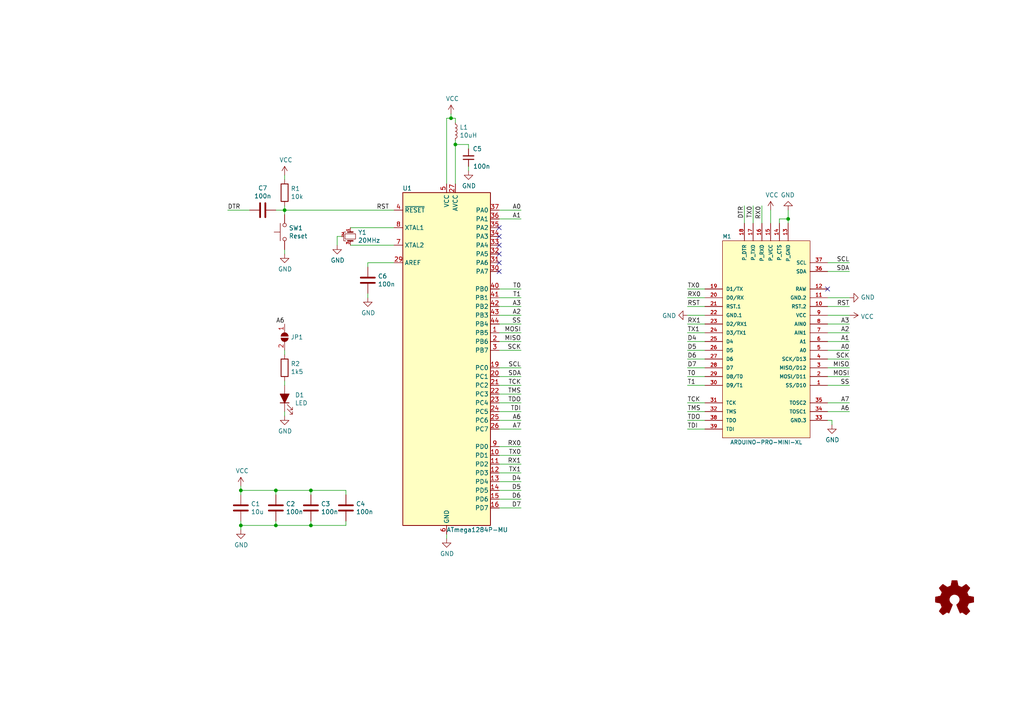
<source format=kicad_sch>
(kicad_sch (version 20250114) (generator "eeschema") (generator_version "9.0")
  (paper "A4")
  (title_block (title "Arduino Pro Mini XL") (date "2023-08-20") (rev "1.1") (company "© 2020-2023 MPro") (comment 1 "Designed by MPro") (comment 4 "Licensed under CERN-OHL-P v2 or any later version"))
  (lib_symbols
    (symbol "archive:Device_C" (pin_numbers (hide yes)) (pin_names (offset 0.254))
      (property "Reference" "C" (at 0.635 2.54 0))
      (property "Value" "Device_C" (at 0.635 -2.54 0))
      (symbol "Device_C_0_1"
        (polyline (pts (xy -2.032 0.762) (xy 2.032 0.762)) (stroke (width 0.508)))
        (polyline (pts (xy -2.032 -0.762) (xy 2.032 -0.762)) (stroke (width 0.508)))
      )
      (symbol "Device_C_1_1"
        (pin passive line (at 0 3.81 270) (length 2.794) (name "~") (number "1"))
        (pin passive line (at 0 -3.81 90) (length 2.794) (name "~") (number "2"))
      )
    )
    (symbol "archive:Device_C_Small" (pin_numbers (hide yes)) (pin_names (offset 0.254) (hide yes))
      (property "Reference" "C" (at 0.254 1.778 0))
      (property "Value" "Device_C_Small" (at 0.254 -2.032 0))
      (symbol "Device_C_Small_0_1"
        (polyline (pts (xy -1.524 0.508) (xy 1.524 0.508)) (stroke (width 0.3048)))
        (polyline (pts (xy -1.524 -0.508) (xy 1.524 -0.508)) (stroke (width 0.3302)))
      )
      (symbol "Device_C_Small_1_1"
        (pin passive line (at 0 2.54 270) (length 2.032) (name "~") (number "1"))
        (pin passive line (at 0 -2.54 90) (length 2.032) (name "~") (number "2"))
      )
    )
    (symbol "archive:Device_Crystal_GND2_Small" (pin_names (offset 1.016) (hide yes))
      (property "Reference" "Y" (at 0 5.08 0))
      (property "Value" "Device_Crystal_GND2_Small" (at 0 3.175 0))
      (symbol "Device_Crystal_GND2_Small_0_1"
        (polyline (pts (xy -1.27 -0.762) (xy -1.27 0.762)) (stroke (width 0.381)))
        (polyline (pts (xy -1.27 -1.27) (xy -1.27 -1.905) (xy 1.27 -1.905) (xy 1.27 -1.27)))
        (rectangle (start -0.762 -1.524) (end 0.762 1.524))
        (polyline (pts (xy 1.27 -0.762) (xy 1.27 0.762)) (stroke (width 0.381)))
      )
      (symbol "Device_Crystal_GND2_Small_1_1"
        (pin passive line (at -2.54 0 0) (length 1.27) (name "1") (number "1"))
        (pin passive line (at 0 -2.54 90) (length 0.635) (name "2") (number "2"))
        (pin passive line (at 2.54 0 180) (length 1.27) (name "3") (number "3"))
      )
    )
    (symbol "archive:Device_LED_ALT" (pin_numbers (hide yes)) (pin_names (offset 1.016) (hide yes))
      (property "Reference" "D" (at 0 2.54 0))
      (property "Value" "Device_LED_ALT" (at 0 -2.54 0))
      (symbol "Device_LED_ALT_0_1"
        (polyline (pts (xy -3.048 -0.762) (xy -4.572 -2.286) (xy -3.81 -2.286) (xy -4.572 -2.286) (xy -4.572 -1.524)))
        (polyline (pts (xy -1.778 -0.762) (xy -3.302 -2.286) (xy -2.54 -2.286) (xy -3.302 -2.286) (xy -3.302 -1.524)))
        (polyline (pts (xy -1.27 0) (xy 1.27 0)))
        (polyline (pts (xy -1.27 -1.27) (xy -1.27 1.27)) (stroke (width 0.254)))
        (polyline (pts (xy 1.27 -1.27) (xy 1.27 1.27) (xy -1.27 0) (xy 1.27 -1.27)) (stroke (width 0.254)) (fill (type outline)))
      )
      (symbol "Device_LED_ALT_1_1"
        (pin passive line (at -3.81 0 0) (length 2.54) (name "K") (number "1"))
        (pin passive line (at 3.81 0 180) (length 2.54) (name "A") (number "2"))
      )
    )
    (symbol "archive:Device_L_Small" (pin_numbers (hide yes)) (pin_names (offset 0.254) (hide yes))
      (property "Reference" "L" (at 0.762 1.016 0))
      (property "Value" "Device_L_Small" (at 0.762 -1.016 0))
      (symbol "Device_L_Small_0_1"
        (arc (start 0 2.032) (mid 0.5058 1.524) (end 0 1.016))
        (arc (start 0 1.016) (mid 0.5058 0.508) (end 0 0))
        (arc (start 0 0) (mid 0.5058 -0.508) (end 0 -1.016))
        (arc (start 0 -1.016) (mid 0.5058 -1.524) (end 0 -2.032))
      )
      (symbol "Device_L_Small_1_1"
        (pin passive line (at 0 2.54 270) (length 0.508) (name "~") (number "1"))
        (pin passive line (at 0 -2.54 90) (length 0.508) (name "~") (number "2"))
      )
    )
    (symbol "archive:Device_R" (pin_numbers (hide yes)) (pin_names (offset 0))
      (property "Reference" "R" (at 2.032 0 90))
      (property "Value" "Device_R" (at 0 0 90))
      (symbol "Device_R_0_1"
        (rectangle (start -1.016 -2.54) (end 1.016 2.54) (stroke (width 0.254)))
      )
      (symbol "Device_R_1_1"
        (pin passive line (at 0 3.81 270) (length 1.27) (name "~") (number "1"))
        (pin passive line (at 0 -3.81 90) (length 1.27) (name "~") (number "2"))
      )
    )
    (symbol "archive:GND" (power) (pin_names (offset 0))
      (property "Value" "GND" (at 0 -3.81 0))
      (symbol "GND_0_1"
        (polyline (pts (xy 0 0) (xy 0 -1.27) (xy 1.27 -1.27) (xy 0 -2.54) (xy -1.27 -1.27) (xy 0 -1.27)))
      )
      (symbol "GND_1_1"
        (pin power_in line (at 0 0 270) (length 0) (hide yes) (name "GND") (number "1"))
      )
    )
    (symbol "archive:Graphic_Logo_Open_Hardware_Small" (pin_names (offset 1.016))
      (symbol "Graphic_Logo_Open_Hardware_Small_0_1"
        (polyline (pts (xy 3.3528 -4.3434) (xy 3.302 -4.318) (xy 3.175 -4.2418) (xy 2.9972 -4.1148) (xy 2.7686 -3.9624) (xy 2.54 -3.81) (xy 2.3622 -3.7084) (xy 2.2352 -3.6068) (xy 2.1844 -3.5814) (xy 2.159 -3.6068) (xy 2.0574 -3.6576) (xy 1.905 -3.7338) (xy 1.8034 -3.7846) (xy 1.6764 -3.8354) (xy 1.6002 -3.8354) (xy 1.6002 -3.8354) (xy 1.5494 -3.7338) (xy 1.4732 -3.5306) (xy 1.3462 -3.302) (xy 1.2446 -3.0226) (xy 1.1176 -2.7178) (xy 0.9652 -2.413) (xy 0.8636 -2.1082) (xy 0.7366 -1.8288) (xy 0.6604 -1.6256) (xy 0.6096 -1.4732) (xy 0.5842 -1.397) (xy 0.5842 -1.397) (xy 0.6604 -1.3208) (xy 0.7874 -1.2446) (xy 1.0414 -1.016) (xy 1.2954 -0.6858) (xy 1.4478 -0.3302) (xy 1.524 0.0762) (xy 1.4732 0.4572) (xy 1.3208 0.8128) (xy 1.0668 1.143) (xy 0.762 1.3716) (xy 0.4064 1.524) (xy 0 1.5748) (xy -0.381 1.5494) (xy -0.7366 1.397) (xy -1.0668 1.143) (xy -1.2192 0.9906) (xy -1.397 0.6604) (xy -1.524 0.3048) (xy -1.524 0.2286) (xy -1.4986 -0.1778) (xy -1.397 -0.5334) (xy -1.1938 -0.8636) (xy -0.9144 -1.143) (xy -0.8636 -1.1684) (xy -0.7366 -1.27) (xy -0.635 -1.3462) (xy -0.5842 -1.397) (xy -1.0668 -2.5908) (xy -1.143 -2.794) (xy -1.2954 -3.1242) (xy -1.397 -3.4036) (xy -1.4986 -3.6322) (xy -1.5748 -3.7846) (xy -1.6002 -3.8354) (xy -1.6002 -3.8354) (xy -1.651 -3.8354) (xy -1.7272 -3.81) (xy -1.905 -3.7338) (xy -2.0066 -3.683) (xy -2.1336 -3.6068) (xy -2.2098 -3.5814) (xy -2.2606 -3.6068) (xy -2.3622 -3.683) (xy -2.54 -3.81) (xy -2.7686 -3.9624) (xy -2.9718 -4.0894) (xy -3.1496 -4.2164) (xy -3.302 -4.318) (xy -3.3528 -4.3434) (xy -3.3782 -4.3434) (xy -3.429 -4.318) (xy -3.5306 -4.2164) (xy -3.7084 -4.064) (xy -3.937 -3.8354) (xy -3.9624 -3.81) (xy -4.1656 -3.6068) (xy -4.318 -3.4544) (xy -4.4196 -3.3274) (xy -4.445 -3.2766) (xy -4.445 -3.2766) (xy -4.4196 -3.2258) (xy -4.318 -3.0734) (xy -4.2164 -2.8956) (xy -4.064 -2.667) (xy -3.6576 -2.0828) (xy -3.8862 -1.5494) (xy -3.937 -1.3716) (xy -4.0386 -1.1684) (xy -4.0894 -1.0414) (xy -4.1148 -0.9652) (xy -4.191 -0.9398) (xy -4.318 -0.9144) (xy -4.5466 -0.8636) (xy -4.8006 -0.8128) (xy -5.0546 -0.7874) (xy -5.2578 -0.7366) (xy -5.4356 -0.7112) (xy -5.5118 -0.6858) (xy -5.5118 -0.6858) (xy -5.5372 -0.635) (xy -5.5372 -0.5588) (xy -5.5372 -0.4318) (xy -5.5626 -0.2286) (xy -5.5626 0.0762) (xy -5.5626 0.127) (xy -5.5372 0.4064) (xy -5.5372 0.635) (xy -5.5372 0.762) (xy -5.5372 0.8382) (xy -5.5372 0.8382) (xy -5.461 0.8382) (xy -5.3086 0.889) (xy -5.08 0.9144) (xy -4.826 0.9652) (xy -4.8006 0.9906) (xy -4.5466 1.0414) (xy -4.318 1.0668) (xy -4.1656 1.1176) (xy -4.0894 1.143) (xy -4.0894 1.143) (xy -4.0386 1.2446) (xy -3.9624 1.4224) (xy -3.8608 1.6256) (xy -3.7846 1.8288) (xy -3.7084 2.0066) (xy -3.6576 2.159) (xy -3.6322 2.2098) (xy -3.6322 2.2098) (xy -3.683 2.286) (xy -3.7592 2.413) (xy -3.8862 2.5908) (xy -4.064 2.8194) (xy -4.064 2.8448) (xy -4.2164 3.0734) (xy -4.3434 3.2512) (xy -4.4196 3.3782) (xy -4.445 3.4544) (xy -4.445 3.4544) (xy -4.3942 3.5052) (xy -4.2926 3.6322) (xy -4.1148 3.81) (xy -3.937 4.0132) (xy -3.8608 4.064) (xy -3.6576 4.2926) (xy -3.5052 4.4196) (xy -3.4036 4.4958) (xy -3.3528 4.5212) (xy -3.3528 4.5212) (xy -3.302 4.4704) (xy -3.1496 4.3688) (xy -2.9718 4.2418) (xy -2.7432 4.0894) (xy -2.7178 4.0894) (xy -2.4892 3.937) (xy -2.3114 3.81) (xy -2.1844 3.7084) (xy -2.1336 3.683) (xy -2.1082 3.683) (xy -2.032 3.7084) (xy -1.8542 3.7592) (xy -1.6764 3.8354) (xy -1.4732 3.937) (xy -1.27 4.0132) (xy -1.143 4.064) (xy -1.0668 4.1148) (xy -1.0668 4.1148) (xy -1.0414 4.191) (xy -1.016 4.3434) (xy -0.9652 4.572) (xy -0.9144 4.8514) (xy -0.889 4.9022) (xy -0.8382 5.1562) (xy -0.8128 5.3848) (xy -0.7874 5.5372) (xy -0.762 5.588) (xy -0.7112 5.6134) (xy -0.5842 5.6134) (xy -0.4064 5.6134) (xy -0.1524 5.6134) (xy 0.0762 5.6134) (xy 0.3302 5.6134) (xy 0.5334 5.6134) (xy 0.6858 5.588) (xy 0.7366 5.588) (xy 0.7366 5.588) (xy 0.762 5.5118) (xy 0.8128 5.334) (xy 0.8382 5.1054) (xy 0.9144 4.826) (xy 0.9144 4.7752) (xy 0.9652 4.5212) (xy 1.016 4.2926) (xy 1.0414 4.1402) (xy 1.0668 4.0894) (xy 1.0668 4.0894) (xy 1.1938 4.0386) (xy 1.3716 3.9624) (xy 1.5748 3.8608) (xy 2.0828 3.6576) (xy 2.7178 4.0894) (xy 2.7686 4.1402) (xy 2.9972 4.2926) (xy 3.175 4.4196) (xy 3.302 4.4958) (xy 3.3782 4.5212) (xy 3.3782 4.5212) (xy 3.429 4.4704) (xy 3.556 4.3434) (xy 3.7338 4.191) (xy 3.9116 3.9878) (xy 4.064 3.8354) (xy 4.2418 3.6576) (xy 4.3434 3.556) (xy 4.4196 3.4798) (xy 4.4196 3.429) (xy 4.4196 3.4036) (xy 4.3942 3.3274) (xy 4.2926 3.2004) (xy 4.1656 2.9972) (xy 4.0132 2.794) (xy 3.8862 2.5908) (xy 3.7592 2.3876) (xy 3.6576 2.2352) (xy 3.6322 2.159) (xy 3.6322 2.1336) (xy 3.683 2.0066) (xy 3.7592 1.8288) (xy 3.8608 1.6002) (xy 4.064 1.1176) (xy 4.3942 1.0414) (xy 4.5974 1.016) (xy 4.8768 0.9652) (xy 5.1308 0.9144) (xy 5.5372 0.8382) (xy 5.5626 -0.6604) (xy 5.4864 -0.6858) (xy 5.4356 -0.6858) (xy 5.2832 -0.7366) (xy 5.0546 -0.762) (xy 4.8006 -0.8128) (xy 4.5974 -0.8636) (xy 4.3688 -0.9144) (xy 4.2164 -0.9398) (xy 4.1402 -0.9398) (xy 4.1148 -0.9652) (xy 4.064 -1.0668) (xy 3.9878 -1.2446) (xy 3.9116 -1.4478) (xy 3.81 -1.651) (xy 3.7338 -1.8542) (xy 3.683 -2.0066) (xy 3.6576 -2.0828) (xy 3.683 -2.1336) (xy 3.7846 -2.2606) (xy 3.8862 -2.4638) (xy 4.0386 -2.667) (xy 4.191 -2.8956) (xy 4.318 -3.0734) (xy 4.3942 -3.2004) (xy 4.445 -3.2766) (xy 4.4196 -3.3274) (xy 4.3434 -3.429) (xy 4.1656 -3.5814) (xy 3.937 -3.8354) (xy 3.8862 -3.8608) (xy 3.683 -4.064) (xy 3.5306 -4.2164) (xy 3.4036 -4.318) (xy 3.3528 -4.3434)) (fill (type outline)))
      )
    )
    (symbol "archive:Jumper_SolderJumper_2_Open" (pin_names (offset 0) (hide yes))
      (property "Reference" "JP" (at 0 2.032 0))
      (property "Value" "Jumper_SolderJumper_2_Open" (at 0 -2.54 0))
      (symbol "Jumper_SolderJumper_2_Open_0_1"
        (polyline (pts (xy -0.254 1.016) (xy -0.254 -1.016)))
        (arc (start -0.254 -1.016) (mid -1.2656 0) (end -0.254 1.016))
        (arc (start -0.254 -1.016) (mid -1.2656 0) (end -0.254 1.016) (fill (type outline)))
        (arc (start 0.254 1.016) (mid 1.2656 0) (end 0.254 -1.016))
        (arc (start 0.254 1.016) (mid 1.2656 0) (end 0.254 -1.016) (fill (type outline)))
        (polyline (pts (xy 0.254 1.016) (xy 0.254 -1.016)))
      )
      (symbol "Jumper_SolderJumper_2_Open_1_1"
        (pin passive line (at -3.81 0 0) (length 2.54) (name "A") (number "1"))
        (pin passive line (at 3.81 0 180) (length 2.54) (name "B") (number "2"))
      )
    )
    (symbol "archive:MCU_Microchip_ATmega_ATmega1284P-MU"
      (property "Reference" "U" (at -12.7 49.53 0))
      (property "Value" "MCU_Microchip_ATmega_ATmega1284P-MU" (at 2.54 -49.53 0))
      (symbol "MCU_Microchip_ATmega_ATmega1284P-MU_0_1"
        (rectangle (start -12.7 -48.26) (end 12.7 48.26) (stroke (width 0.254)) (fill (type background)))
      )
      (symbol "MCU_Microchip_ATmega_ATmega1284P-MU_1_1"
        (pin input line (at -15.24 43.18 0) (length 2.54) (name "~{RESET}") (number "4"))
        (pin input line (at -15.24 38.1 0) (length 2.54) (name "XTAL1") (number "8"))
        (pin output line (at -15.24 33.02 0) (length 2.54) (name "XTAL2") (number "7"))
        (pin passive line (at -15.24 27.94 0) (length 2.54) (name "AREF") (number "29"))
        (pin passive line (at 0 50.8 270) (length 2.54) (hide yes) (name "VCC") (number "17"))
        (pin passive line (at 0 50.8 270) (length 2.54) (hide yes) (name "VCC") (number "38"))
        (pin power_in line (at 0 50.8 270) (length 2.54) (name "VCC") (number "5"))
        (pin passive line (at 0 -50.8 90) (length 2.54) (hide yes) (name "GND") (number "18"))
        (pin passive line (at 0 -50.8 90) (length 2.54) (hide yes) (name "GND") (number "28"))
        (pin passive line (at 0 -50.8 90) (length 2.54) (hide yes) (name "GND") (number "39"))
        (pin passive line (at 0 -50.8 90) (length 2.54) (hide yes) (name "GND") (number "45"))
        (pin power_in line (at 0 -50.8 90) (length 2.54) (name "GND") (number "6"))
        (pin power_in line (at 2.54 50.8 270) (length 2.54) (name "AVCC") (number "27"))
        (pin bidirectional line (at 15.24 43.18 180) (length 2.54) (name "PA0") (number "37"))
        (pin bidirectional line (at 15.24 40.64 180) (length 2.54) (name "PA1") (number "36"))
        (pin bidirectional line (at 15.24 38.1 180) (length 2.54) (name "PA2") (number "35"))
        (pin bidirectional line (at 15.24 35.56 180) (length 2.54) (name "PA3") (number "34"))
        (pin bidirectional line (at 15.24 33.02 180) (length 2.54) (name "PA4") (number "33"))
        (pin bidirectional line (at 15.24 30.48 180) (length 2.54) (name "PA5") (number "32"))
        (pin bidirectional line (at 15.24 27.94 180) (length 2.54) (name "PA6") (number "31"))
        (pin bidirectional line (at 15.24 25.4 180) (length 2.54) (name "PA7") (number "30"))
        (pin bidirectional line (at 15.24 20.32 180) (length 2.54) (name "PB0") (number "40"))
        (pin bidirectional line (at 15.24 17.78 180) (length 2.54) (name "PB1") (number "41"))
        (pin bidirectional line (at 15.24 15.24 180) (length 2.54) (name "PB2") (number "42"))
        (pin bidirectional line (at 15.24 12.7 180) (length 2.54) (name "PB3") (number "43"))
        (pin bidirectional line (at 15.24 10.16 180) (length 2.54) (name "PB4") (number "44"))
        (pin bidirectional line (at 15.24 7.62 180) (length 2.54) (name "PB5") (number "1"))
        (pin bidirectional line (at 15.24 5.08 180) (length 2.54) (name "PB6") (number "2"))
        (pin bidirectional line (at 15.24 2.54 180) (length 2.54) (name "PB7") (number "3"))
        (pin bidirectional line (at 15.24 -2.54 180) (length 2.54) (name "PC0") (number "19"))
        (pin bidirectional line (at 15.24 -5.08 180) (length 2.54) (name "PC1") (number "20"))
        (pin bidirectional line (at 15.24 -7.62 180) (length 2.54) (name "PC2") (number "21"))
        (pin bidirectional line (at 15.24 -10.16 180) (length 2.54) (name "PC3") (number "22"))
        (pin bidirectional line (at 15.24 -12.7 180) (length 2.54) (name "PC4") (number "23"))
        (pin bidirectional line (at 15.24 -15.24 180) (length 2.54) (name "PC5") (number "24"))
        (pin bidirectional line (at 15.24 -17.78 180) (length 2.54) (name "PC6") (number "25"))
        (pin bidirectional line (at 15.24 -20.32 180) (length 2.54) (name "PC7") (number "26"))
        (pin bidirectional line (at 15.24 -25.4 180) (length 2.54) (name "PD0") (number "9"))
        (pin bidirectional line (at 15.24 -27.94 180) (length 2.54) (name "PD1") (number "10"))
        (pin bidirectional line (at 15.24 -30.48 180) (length 2.54) (name "PD2") (number "11"))
        (pin bidirectional line (at 15.24 -33.02 180) (length 2.54) (name "PD3") (number "12"))
        (pin bidirectional line (at 15.24 -35.56 180) (length 2.54) (name "PD4") (number "13"))
        (pin bidirectional line (at 15.24 -38.1 180) (length 2.54) (name "PD5") (number "14"))
        (pin bidirectional line (at 15.24 -40.64 180) (length 2.54) (name "PD6") (number "15"))
        (pin bidirectional line (at 15.24 -43.18 180) (length 2.54) (name "PD7") (number "16"))
      )
    )
    (symbol "archive:Switch_SW_Push" (pin_numbers (hide yes)) (pin_names (offset 1.016) (hide yes))
      (property "Reference" "SW" (at 1.27 2.54 0))
      (property "Value" "Switch_SW_Push" (at 0 -1.524 0))
      (symbol "Switch_SW_Push_0_1"
        (circle (center -2.032 0) (radius 0.508))
        (polyline (pts (xy 0 1.27) (xy 0 3.048)))
        (circle (center 2.032 0) (radius 0.508))
        (polyline (pts (xy 2.54 1.27) (xy -2.54 1.27)))
        (pin passive line (at -5.08 0 0) (length 2.54) (name "1") (number "1"))
        (pin passive line (at 5.08 0 180) (length 2.54) (name "2") (number "2"))
      )
    )
    (symbol "archive:VCC" (power) (pin_names (offset 0))
      (property "Value" "VCC" (at 0 3.81 0))
      (symbol "VCC_0_1"
        (polyline (pts (xy -0.762 1.27) (xy 0 2.54)))
        (polyline (pts (xy 0 2.54) (xy 0.762 1.27)))
        (polyline (pts (xy 0 0) (xy 0 2.54)))
      )
      (symbol "VCC_1_1"
        (pin power_in line (at 0 0 90) (length 0) (hide yes) (name "VCC") (number "1"))
      )
    )
    (symbol "archive:diy-modules_ARDUINO-PRO-MINI-XL" (pin_names (offset 1.016))
      (property "Reference" "M" (at -12.7 29.21 0))
      (property "Value" "diy-modules_ARDUINO-PRO-MINI-XL" (at -12.7 -30.48 0))
      (symbol "diy-modules_ARDUINO-PRO-MINI-XL_1_1"
        (rectangle (start 12.7 -29.21) (end -12.7 27.94) (fill (type background)))
        (pin bidirectional line (at -17.78 13.97 0) (length 5.08) (name "D1/TX") (number "19"))
        (pin bidirectional line (at -17.78 11.43 0) (length 5.08) (name "D0/RX") (number "20"))
        (pin bidirectional line (at -17.78 8.89 0) (length 5.08) (name "RST.1") (number "21"))
        (pin power_in line (at -17.78 6.35 0) (length 5.08) (name "GND.1") (number "22"))
        (pin bidirectional line (at -17.78 3.81 0) (length 5.08) (name "D2/RX1") (number "23"))
        (pin bidirectional line (at -17.78 1.27 0) (length 5.08) (name "D3/TX1") (number "24"))
        (pin bidirectional line (at -17.78 -1.27 0) (length 5.08) (name "D4") (number "25"))
        (pin bidirectional line (at -17.78 -3.81 0) (length 5.08) (name "D5") (number "26"))
        (pin bidirectional line (at -17.78 -6.35 0) (length 5.08) (name "D6") (number "27"))
        (pin bidirectional line (at -17.78 -8.89 0) (length 5.08) (name "D7") (number "28"))
        (pin bidirectional line (at -17.78 -11.43 0) (length 5.08) (name "D8/T0") (number "29"))
        (pin bidirectional line (at -17.78 -13.97 0) (length 5.08) (name "D9/T1") (number "30"))
        (pin bidirectional line (at -17.78 -19.05 0) (length 5.08) (name "TCK") (number "31"))
        (pin bidirectional line (at -17.78 -21.59 0) (length 5.08) (name "TMS") (number "32"))
        (pin bidirectional line (at -17.78 -24.13 0) (length 5.08) (name "TDO") (number "38"))
        (pin bidirectional line (at -17.78 -26.67 0) (length 5.08) (name "TDI") (number "39"))
        (pin bidirectional line (at -6.35 33.02 270) (length 5.08) (name "P_DTR") (number "18"))
        (pin bidirectional line (at -3.81 33.02 270) (length 5.08) (name "P_TXD") (number "17"))
        (pin bidirectional line (at -1.27 33.02 270) (length 5.08) (name "P_RXD") (number "16"))
        (pin bidirectional line (at 1.27 33.02 270) (length 5.08) (name "P_VCC") (number "15"))
        (pin bidirectional line (at 3.81 33.02 270) (length 5.08) (name "P_CTS") (number "14"))
        (pin bidirectional line (at 6.35 33.02 270) (length 5.08) (name "P_GND") (number "13"))
        (pin bidirectional line (at 17.78 21.59 180) (length 5.08) (name "SCL") (number "37"))
        (pin bidirectional line (at 17.78 19.05 180) (length 5.08) (name "SDA") (number "36"))
        (pin power_in line (at 17.78 13.97 180) (length 5.08) (name "RAW") (number "12"))
        (pin power_in line (at 17.78 11.43 180) (length 5.08) (name "GND.2") (number "11"))
        (pin bidirectional line (at 17.78 8.89 180) (length 5.08) (name "RST.2") (number "10"))
        (pin power_in line (at 17.78 6.35 180) (length 5.08) (name "VCC") (number "9"))
        (pin bidirectional line (at 17.78 3.81 180) (length 5.08) (name "AIN0") (number "8"))
        (pin bidirectional line (at 17.78 1.27 180) (length 5.08) (name "AIN1") (number "7"))
        (pin bidirectional line (at 17.78 -1.27 180) (length 5.08) (name "A1") (number "6"))
        (pin bidirectional line (at 17.78 -3.81 180) (length 5.08) (name "A0") (number "5"))
        (pin bidirectional line (at 17.78 -6.35 180) (length 5.08) (name "SCK/D13") (number "4"))
        (pin bidirectional line (at 17.78 -8.89 180) (length 5.08) (name "MISO/D12") (number "3"))
        (pin bidirectional line (at 17.78 -11.43 180) (length 5.08) (name "MOSI/D11") (number "2"))
        (pin bidirectional line (at 17.78 -13.97 180) (length 5.08) (name "SS/D10") (number "1"))
        (pin bidirectional line (at 17.78 -19.05 180) (length 5.08) (name "TOSC2") (number "35"))
        (pin bidirectional line (at 17.78 -21.59 180) (length 5.08) (name "TOSC1") (number "34"))
        (pin power_in line (at 17.78 -24.13 180) (length 5.08) (name "GND.3") (number "33"))
      )
    )
  )
  (junction (at 69.85 152.4))
  (junction (at 90.17 142.24))
  (junction (at 132.08 41.91))
  (junction (at 228.6 63.5))
  (junction (at 130.81 34.29))
  (junction (at 90.17 152.4))
  (junction (at 69.85 142.24))
  (junction (at 80.01 142.24))
  (junction (at 80.01 152.4))
  (junction (at 82.55 60.96))
  (no_connect (at 144.78 73.66))
  (no_connect (at 144.78 68.58))
  (no_connect (at 144.78 71.12))
  (no_connect (at 144.78 78.74))
  (no_connect (at 240.03 83.82))
  (no_connect (at 144.78 66.04))
  (no_connect (at 144.78 76.2))
  (wire (pts (xy 151.13 109.22) (xy 144.78 109.22)))
  (wire (pts (xy 218.44 64.77) (xy 218.44 59.69)))
  (wire (pts (xy 132.08 40.64) (xy 132.08 41.91)))
  (wire (pts (xy 80.01 60.96) (xy 82.55 60.96)))
  (wire (pts (xy 246.38 88.9) (xy 240.03 88.9)))
  (wire (pts (xy 100.33 151.13) (xy 100.33 152.4)))
  (wire (pts (xy 135.89 43.18) (xy 135.89 41.91)))
  (wire (pts (xy 82.55 60.96) (xy 82.55 59.69)))
  (wire (pts (xy 199.39 121.92) (xy 204.47 121.92)))
  (wire (pts (xy 114.3 76.2) (xy 106.68 76.2)))
  (wire (pts (xy 151.13 119.38) (xy 144.78 119.38)))
  (wire (pts (xy 69.85 140.97) (xy 69.85 142.24)))
  (wire (pts (xy 199.39 111.76) (xy 204.47 111.76)))
  (wire (pts (xy 204.47 96.52) (xy 199.39 96.52)))
  (wire (pts (xy 199.39 116.84) (xy 204.47 116.84)))
  (wire (pts (xy 151.13 142.24) (xy 144.78 142.24)))
  (wire (pts (xy 151.13 137.16) (xy 144.78 137.16)))
  (wire (pts (xy 151.13 114.3) (xy 144.78 114.3)))
  (wire (pts (xy 80.01 152.4) (xy 80.01 151.13)))
  (wire (pts (xy 151.13 124.46) (xy 144.78 124.46)))
  (wire (pts (xy 228.6 60.96) (xy 228.6 63.5)))
  (wire (pts (xy 151.13 91.44) (xy 144.78 91.44)))
  (wire (pts (xy 151.13 99.06) (xy 144.78 99.06)))
  (wire (pts (xy 82.55 72.39) (xy 82.55 73.66)))
  (wire (pts (xy 151.13 132.08) (xy 144.78 132.08)))
  (wire (pts (xy 80.01 142.24) (xy 90.17 142.24)))
  (wire (pts (xy 151.13 144.78) (xy 144.78 144.78)))
  (wire (pts (xy 223.52 64.77) (xy 223.52 60.96)))
  (wire (pts (xy 144.78 88.9) (xy 151.13 88.9)))
  (wire (pts (xy 82.55 62.23) (xy 82.55 60.96)))
  (wire (pts (xy 220.98 64.77) (xy 220.98 59.69)))
  (wire (pts (xy 151.13 101.6) (xy 144.78 101.6)))
  (wire (pts (xy 204.47 124.46) (xy 199.39 124.46)))
  (wire (pts (xy 246.38 93.98) (xy 240.03 93.98)))
  (wire (pts (xy 129.54 34.29) (xy 129.54 53.34)))
  (wire (pts (xy 130.81 34.29) (xy 130.81 33.02)))
  (wire (pts (xy 135.89 48.26) (xy 135.89 49.53)))
  (wire (pts (xy 151.13 134.62) (xy 144.78 134.62)))
  (wire (pts (xy 151.13 96.52) (xy 144.78 96.52)))
  (wire (pts (xy 101.6 71.12) (xy 114.3 71.12)))
  (wire (pts (xy 246.38 91.44) (xy 240.03 91.44)))
  (wire (pts (xy 90.17 152.4) (xy 100.33 152.4)))
  (wire (pts (xy 215.9 64.77) (xy 215.9 59.69)))
  (wire (pts (xy 241.3 121.92) (xy 240.03 121.92)))
  (wire (pts (xy 246.38 99.06) (xy 240.03 99.06)))
  (wire (pts (xy 199.39 99.06) (xy 204.47 99.06)))
  (wire (pts (xy 69.85 142.24) (xy 69.85 143.51)))
  (wire (pts (xy 80.01 143.51) (xy 80.01 142.24)))
  (wire (pts (xy 241.3 123.19) (xy 241.3 121.92)))
  (wire (pts (xy 69.85 152.4) (xy 69.85 151.13)))
  (wire (pts (xy 246.38 86.36) (xy 240.03 86.36)))
  (wire (pts (xy 129.54 154.94) (xy 129.54 156.21)))
  (wire (pts (xy 69.85 152.4) (xy 69.85 153.67)))
  (wire (pts (xy 99.06 68.58) (xy 97.79 68.58)))
  (wire (pts (xy 101.6 66.04) (xy 114.3 66.04)))
  (wire (pts (xy 204.47 86.36) (xy 199.39 86.36)))
  (wire (pts (xy 246.38 101.6) (xy 240.03 101.6)))
  (wire (pts (xy 106.68 76.2) (xy 106.68 77.47)))
  (wire (pts (xy 80.01 152.4) (xy 69.85 152.4)))
  (wire (pts (xy 151.13 121.92) (xy 144.78 121.92)))
  (wire (pts (xy 199.39 88.9) (xy 204.47 88.9)))
  (wire (pts (xy 204.47 119.38) (xy 199.39 119.38)))
  (wire (pts (xy 151.13 86.36) (xy 144.78 86.36)))
  (wire (pts (xy 204.47 106.68) (xy 199.39 106.68)))
  (wire (pts (xy 151.13 106.68) (xy 144.78 106.68)))
  (wire (pts (xy 199.39 83.82) (xy 204.47 83.82)))
  (wire (pts (xy 204.47 91.44) (xy 199.39 91.44)))
  (wire (pts (xy 80.01 142.24) (xy 69.85 142.24)))
  (wire (pts (xy 90.17 142.24) (xy 100.33 142.24)))
  (wire (pts (xy 106.68 86.36) (xy 106.68 85.09)))
  (wire (pts (xy 151.13 116.84) (xy 144.78 116.84)))
  (wire (pts (xy 90.17 152.4) (xy 80.01 152.4)))
  (wire (pts (xy 204.47 109.22) (xy 199.39 109.22)))
  (wire (pts (xy 97.79 68.58) (xy 97.79 71.12)))
  (wire (pts (xy 82.55 101.6) (xy 82.55 102.87)))
  (wire (pts (xy 135.89 41.91) (xy 132.08 41.91)))
  (wire (pts (xy 132.08 41.91) (xy 132.08 53.34)))
  (wire (pts (xy 228.6 63.5) (xy 228.6 64.77)))
  (wire (pts (xy 246.38 116.84) (xy 240.03 116.84)))
  (wire (pts (xy 226.06 63.5) (xy 228.6 63.5)))
  (wire (pts (xy 151.13 147.32) (xy 144.78 147.32)))
  (wire (pts (xy 246.38 76.2) (xy 240.03 76.2)))
  (wire (pts (xy 151.13 129.54) (xy 144.78 129.54)))
  (wire (pts (xy 246.38 96.52) (xy 240.03 96.52)))
  (wire (pts (xy 82.55 110.49) (xy 82.55 111.76)))
  (wire (pts (xy 151.13 139.7) (xy 144.78 139.7)))
  (wire (pts (xy 132.08 34.29) (xy 130.81 34.29)))
  (wire (pts (xy 246.38 78.74) (xy 240.03 78.74)))
  (wire (pts (xy 144.78 83.82) (xy 151.13 83.82)))
  (wire (pts (xy 114.3 60.96) (xy 82.55 60.96)))
  (wire (pts (xy 82.55 119.38) (xy 82.55 120.65)))
  (wire (pts (xy 226.06 64.77) (xy 226.06 63.5)))
  (wire (pts (xy 246.38 119.38) (xy 240.03 119.38)))
  (wire (pts (xy 151.13 60.96) (xy 144.78 60.96)))
  (wire (pts (xy 151.13 63.5) (xy 144.78 63.5)))
  (wire (pts (xy 246.38 111.76) (xy 240.03 111.76)))
  (wire (pts (xy 132.08 35.56) (xy 132.08 34.29)))
  (wire (pts (xy 246.38 106.68) (xy 240.03 106.68)))
  (wire (pts (xy 246.38 109.22) (xy 240.03 109.22)))
  (wire (pts (xy 199.39 93.98) (xy 204.47 93.98)))
  (wire (pts (xy 151.13 111.76) (xy 144.78 111.76)))
  (wire (pts (xy 246.38 104.14) (xy 240.03 104.14)))
  (wire (pts (xy 130.81 34.29) (xy 129.54 34.29)))
  (wire (pts (xy 66.04 60.96) (xy 72.39 60.96)))
  (wire (pts (xy 90.17 152.4) (xy 90.17 151.13)))
  (wire (pts (xy 100.33 143.51) (xy 100.33 142.24)))
  (wire (pts (xy 204.47 101.6) (xy 199.39 101.6)))
  (wire (pts (xy 199.39 104.14) (xy 204.47 104.14)))
  (wire (pts (xy 144.78 93.98) (xy 151.13 93.98)))
  (wire (pts (xy 90.17 143.51) (xy 90.17 142.24)))
  (wire (pts (xy 82.55 52.07) (xy 82.55 50.8)))
  (label "D7" (at 199.39 106.68 0))
  (label "SCL" (at 246.38 76.2 180))
  (label "A1" (at 151.13 63.5 180))
  (label "A3" (at 246.38 93.98 180))
  (label "A0" (at 151.13 60.96 180))
  (label "A7" (at 246.38 116.84 180))
  (label "D4" (at 199.39 99.06 0))
  (label "D6" (at 151.13 144.78 180))
  (label "TDI" (at 151.13 119.38 180))
  (label "TMS" (at 199.39 119.38 0))
  (label "RST" (at 109.22 60.96 0))
  (label "SCK" (at 151.13 101.6 180))
  (label "DTR" (at 215.9 59.69 270))
  (label "TX0" (at 151.13 132.08 180))
  (label "RX0" (at 199.39 86.36 0))
  (label "A6" (at 151.13 121.92 180))
  (label "SDA" (at 246.38 78.74 180))
  (label "D5" (at 151.13 142.24 180))
  (label "SS" (at 246.38 111.76 180))
  (label "SCL" (at 151.13 106.68 180))
  (label "T1" (at 199.39 111.76 0))
  (label "TDI" (at 199.39 124.46 0))
  (label "T1" (at 151.13 86.36 180))
  (label "RX1" (at 199.39 93.98 0))
  (label "A0" (at 246.38 101.6 180))
  (label "RST" (at 246.38 88.9 180))
  (label "RST" (at 199.39 88.9 0))
  (label "D5" (at 199.39 101.6 0))
  (label "TDO" (at 151.13 116.84 180))
  (label "A7" (at 151.13 124.46 180))
  (label "SCK" (at 246.38 104.14 180))
  (label "TMS" (at 151.13 114.3 180))
  (label "T0" (at 199.39 109.22 0))
  (label "MISO" (at 151.13 99.06 180))
  (label "TX1" (at 199.39 96.52 0))
  (label "TDO" (at 199.39 121.92 0))
  (label "D6" (at 199.39 104.14 0))
  (label "A2" (at 151.13 91.44 180))
  (label "TCK" (at 151.13 111.76 180))
  (label "MOSI" (at 246.38 109.22 180))
  (label "TX1" (at 151.13 137.16 180))
  (label "A3" (at 151.13 88.9 180))
  (label "TCK" (at 199.39 116.84 0))
  (label "A6" (at 246.38 119.38 180))
  (label "A2" (at 246.38 96.52 180))
  (label "RX0" (at 220.98 59.69 270))
  (label "TX0" (at 218.44 59.69 270))
  (label "MOSI" (at 151.13 96.52 180))
  (label "DTR" (at 66.04 60.96 0))
  (label "A6" (at 82.55 93.98 180))
  (label "SS" (at 151.13 93.98 180))
  (label "D7" (at 151.13 147.32 180))
  (label "RX1" (at 151.13 134.62 180))
  (label "D4" (at 151.13 139.7 180))
  (label "T0" (at 151.13 83.82 180))
  (label "TX0" (at 199.39 83.82 0))
  (label "MISO" (at 246.38 106.68 180))
  (label "A1" (at 246.38 99.06 180))
  (label "SDA" (at 151.13 109.22 180))
  (label "RX0" (at 151.13 129.54 180))
  (symbol (lib_id "archive:VCC") (at 130.81 33.02 0) (unit 1)
    (property "Reference" "#PWR0101" (effects (hide yes)))
    (property "Value" "VCC" (at 131.191 28.6258 0))
  )
  (symbol (lib_id "archive:GND") (at 129.54 156.21 0) (unit 1)
    (property "Reference" "#PWR0102" (effects (hide yes)))
    (property "Value" "GND" (at 129.667 160.6042 0))
  )
  (symbol (lib_id "archive:Device_R") (at 82.55 55.88 0) (unit 1)
    (property "Reference" "R1" (at 84.328 54.7116 0) (effects (justify left)))
    (property "Value" "10k" (at 84.328 57.023 0) (effects (justify left)))
    (property "Footprint" "footprints:R_0603_1608Metric" (effects (hide yes)))
    (property "LCSC" "C25804" (effects (hide yes)))
    (property "Package/Case" "0603" (effects (hide yes)))
  )
  (symbol (lib_id "archive:Device_C") (at 76.2 60.96 270) (unit 1)
    (property "Reference" "C7" (at 76.2 54.5592 90))
    (property "Value" "100n" (at 76.2 56.8706 90))
    (property "Footprint" "footprints:C_0603_1608Metric" (effects (hide yes)))
    (property "LCSC" "C14663" (effects (hide yes)))
    (property "Package/Case" "0603" (effects (hide yes)))
  )
  (symbol (lib_id "archive:Device_C") (at 106.68 81.28 0) (unit 1)
    (property "Reference" "C6" (at 109.601 80.1116 0) (effects (justify left)))
    (property "Value" "100n" (at 109.601 82.423 0) (effects (justify left)))
    (property "Footprint" "footprints:C_0603_1608Metric" (effects (hide yes)))
    (property "LCSC" "C14663" (effects (hide yes)))
    (property "Package/Case" "0603" (effects (hide yes)))
  )
  (symbol (lib_id "archive:Switch_SW_Push") (at 82.55 67.31 90) (mirror x) (unit 1)
    (property "Reference" "SW1" (at 83.7692 66.1416 90) (effects (justify right)))
    (property "Value" "Reset" (at 83.7692 68.453 90) (effects (justify right)))
    (property "Footprint" "footprints:SW_SPST_EVQPE1" (effects (hide yes)))
    (property "LCSC" "C455280" (effects (hide yes)))
    (property "Package/Case" "SMD 3x4mm" (effects (hide yes)))
  )
  (symbol (lib_id "archive:GND") (at 106.68 86.36 0) (unit 1)
    (property "Reference" "#PWR0103" (effects (hide yes)))
    (property "Value" "GND" (at 106.807 90.7542 0))
  )
  (symbol (lib_id "archive:GND") (at 82.55 73.66 0) (unit 1)
    (property "Reference" "#PWR0104" (effects (hide yes)))
    (property "Value" "GND" (at 82.677 78.0542 0))
  )
  (symbol (lib_id "archive:VCC") (at 82.55 50.8 0) (unit 1)
    (property "Reference" "#PWR0105" (effects (hide yes)))
    (property "Value" "VCC" (at 82.931 46.4058 0))
  )
  (symbol (lib_id "archive:Device_C") (at 69.85 147.32 0) (unit 1)
    (property "Reference" "C1" (at 72.771 146.1516 0) (effects (justify left)))
    (property "Value" "10u" (at 72.771 148.463 0) (effects (justify left)))
    (property "Footprint" "footprints:C_0603_1608Metric" (effects (hide yes)))
    (property "LCSC" "C19702" (effects (hide yes)))
    (property "Package/Case" "0603" (effects (hide yes)))
  )
  (symbol (lib_id "archive:Device_C") (at 100.33 147.32 0) (unit 1)
    (property "Reference" "C4" (at 103.251 146.1516 0) (effects (justify left)))
    (property "Value" "100n" (at 103.251 148.463 0) (effects (justify left)))
    (property "Footprint" "footprints:C_0603_1608Metric" (effects (hide yes)))
    (property "LCSC" "C14663" (effects (hide yes)))
    (property "Package/Case" "0603" (effects (hide yes)))
  )
  (symbol (lib_id "archive:Device_C") (at 90.17 147.32 0) (unit 1)
    (property "Reference" "C3" (at 93.091 146.1516 0) (effects (justify left)))
    (property "Value" "100n" (at 93.091 148.463 0) (effects (justify left)))
    (property "Footprint" "footprints:C_0603_1608Metric" (effects (hide yes)))
    (property "LCSC" "C14663" (effects (hide yes)))
    (property "Package/Case" "0603" (effects (hide yes)))
  )
  (symbol (lib_id "archive:GND") (at 199.39 91.44 270) (unit 1)
    (property "Reference" "#PWR0106" (effects (hide yes)))
    (property "Value" "GND" (at 196.1388 91.567 90) (effects (justify right)))
  )
  (symbol (lib_id "archive:GND") (at 246.38 86.36 90) (unit 1)
    (property "Reference" "#PWR0107" (effects (hide yes)))
    (property "Value" "GND" (at 249.6312 86.233 90) (effects (justify right)))
  )
  (symbol (lib_id "archive:GND") (at 228.6 60.96 180) (unit 1)
    (property "Reference" "#PWR0108" (effects (hide yes)))
    (property "Value" "GND" (at 228.473 56.5658 0))
  )
  (symbol (lib_id "archive:VCC") (at 223.52 60.96 0) (unit 1)
    (property "Reference" "#PWR0109" (effects (hide yes)))
    (property "Value" "VCC" (at 223.901 56.5658 0))
  )
  (symbol (lib_id "archive:GND") (at 241.3 123.19 0) (unit 1)
    (property "Reference" "#PWR0110" (effects (hide yes)))
    (property "Value" "GND" (at 241.427 127.5842 0))
  )
  (symbol (lib_id "archive:VCC") (at 246.38 91.44 270) (unit 1)
    (property "Reference" "#PWR0111" (effects (hide yes)))
    (property "Value" "VCC" (at 249.6312 91.821 90) (effects (justify left)))
  )
  (symbol (lib_id "archive:diy-modules_ARDUINO-PRO-MINI-XL") (at 222.25 97.79 0) (unit 1) (in_bom no)
    (property "Reference" "M1" (at 209.55 68.58 0) (effects (font (size 1.143 1.143)) (justify left)))
    (property "Value" "ARDUINO-PRO-MINI-XL" (at 222.25 128.27 0) (effects (font (size 1.143 1.143))))
    (property "Footprint" "footprints:diy-modules-ARDUINO-PRO-MINI-XL-BRD" (effects (hide yes)))
  )
  (symbol (lib_id "archive:GND") (at 69.85 153.67 0) (unit 1)
    (property "Reference" "#PWR0116" (effects (hide yes)))
    (property "Value" "GND" (at 69.977 158.0642 0))
  )
  (symbol (lib_id "archive:VCC") (at 69.85 140.97 0) (unit 1)
    (property "Reference" "#PWR0117" (effects (hide yes)))
    (property "Value" "VCC" (at 70.231 136.5758 0))
  )
  (symbol (lib_id "archive:Device_C") (at 80.01 147.32 0) (unit 1)
    (property "Reference" "C2" (at 82.931 146.1516 0) (effects (justify left)))
    (property "Value" "100n" (at 82.931 148.463 0) (effects (justify left)))
    (property "Footprint" "footprints:C_0603_1608Metric" (effects (hide yes)))
    (property "LCSC" "C14663" (effects (hide yes)))
    (property "Package/Case" "0603" (effects (hide yes)))
  )
  (symbol (lib_id "archive:Device_R") (at 82.55 106.68 0) (unit 1)
    (property "Reference" "R2" (at 84.328 105.5116 0) (effects (justify left)))
    (property "Value" "1k5" (at 84.328 107.823 0) (effects (justify left)))
    (property "Footprint" "footprints:R_0603_1608Metric" (effects (hide yes)))
    (property "LCSC" "C22843" (effects (hide yes)))
    (property "Package/Case" "0603" (effects (hide yes)))
  )
  (symbol (lib_id "archive:Device_LED_ALT") (at 82.55 115.57 90) (unit 1)
    (property "Reference" "D1" (at 85.5472 114.5794 90) (effects (justify right)))
    (property "Value" "LED" (at 85.5472 116.8908 90) (effects (justify right)))
    (property "Footprint" "footprints:LED_0805_2012Metric" (effects (hide yes)))
    (property "LCSC" "C2297" (effects (hide yes)))
    (property "Package/Case" "0805" (effects (hide yes)))
  )
  (symbol (lib_id "archive:GND") (at 82.55 120.65 0) (unit 1)
    (property "Reference" "#PWR0112" (effects (hide yes)))
    (property "Value" "GND" (at 82.677 125.0442 0))
  )
  (symbol (lib_id "archive:Jumper_SolderJumper_2_Open") (at 82.55 97.79 270) (unit 1) (in_bom no)
    (property "Reference" "JP1" (at 84.2772 97.79 90) (effects (justify left)))
    (property "Value" "SolderJumper_2_Open" (effects (hide yes)))
    (property "Footprint" "footprints:SolderJumper-2_P1.3mm_Open_TrianglePad1.0x1.5mm" (effects (hide yes)))
  )
  (symbol (lib_id "archive:GND") (at 97.79 71.12 0) (unit 1)
    (property "Reference" "#PWR0115" (effects (hide yes)))
    (property "Value" "GND" (at 97.917 75.5142 0))
  )
  (symbol (lib_id "archive:Device_L_Small") (at 132.08 38.1 0) (unit 1)
    (property "Reference" "L1" (at 133.2992 36.9316 0) (effects (justify left)))
    (property "Value" "10uH" (at 133.2992 39.243 0) (effects (justify left)))
    (property "Footprint" "footprints:L_0805_2012Metric" (effects (hide yes)))
    (property "LCSC" "C1046" (effects (hide yes)))
    (property "Package/Case" "0805" (effects (hide yes)))
  )
  (symbol (lib_id "archive:GND") (at 135.89 49.53 0) (unit 1)
    (property "Reference" "#PWR0121" (effects (hide yes)))
    (property "Value" "GND" (at 136.017 53.9242 0))
  )
  (symbol (lib_id "archive:Device_C_Small") (at 135.89 45.72 180) (unit 1)
    (property "Reference" "C5" (at 138.43 43.18 0))
    (property "Value" "100n" (at 139.7 48.26 0))
    (property "Footprint" "footprints:C_0805_2012Metric" (effects (hide yes)))
    (property "LCSC" "C49678" (effects (hide yes)))
    (property "Package/Case" "0805" (effects (hide yes)))
  )
  (symbol (lib_id "archive:MCU_Microchip_ATmega_ATmega1284P-MU") (at 129.54 104.14 0) (unit 1)
    (property "Reference" "U1" (at 118.11 54.61 0))
    (property "Value" "ATmega1284P-MU" (at 138.43 153.67 0))
    (property "Footprint" "footprints:QFN-44-1EP_7x7mm_P0.5mm_EP5.2x5.2mm" (effects (hide yes)))
    (property "Datasheet" "http://ww1.microchip.com/downloads/en/DeviceDoc/Atmel-8272-8-bit-AVR-microcontroller-ATmega164A_PA-324A_PA-644A_PA-1284_P_datasheet.pdf" (effects (hide yes)))
    (property "LCSC" "C1337217" (effects (hide yes)))
    (property "Package/Case" "QFN44" (effects (hide yes)))
  )
  (symbol (lib_id "archive:Device_Crystal_GND2_Small") (at 101.6 68.58 270) (unit 1)
    (property "Reference" "Y1" (at 103.8352 67.4116 90) (effects (justify left)))
    (property "Value" "20MHz" (at 103.8352 69.723 90) (effects (justify left)))
    (property "Footprint" "footprints:muRata-resonator_SMD_CSTCExxM00G55-R0" (effects (hide yes)))
    (property "LCSC" "C2650766" (effects (hide yes)))
    (property "Package/Case" "SMD3213-3P" (effects (hide yes)))
  )
  (symbol (lib_id "archive:Graphic_Logo_Open_Hardware_Small") (at 276.86 173.99 0) (unit 1) (in_bom no) (on_board no)
    (property "Reference" "LOGO1" (effects (hide yes)))
    (property "Value" "Logo_Open_Hardware_Small" (effects (hide yes)))
  )
)
</source>
